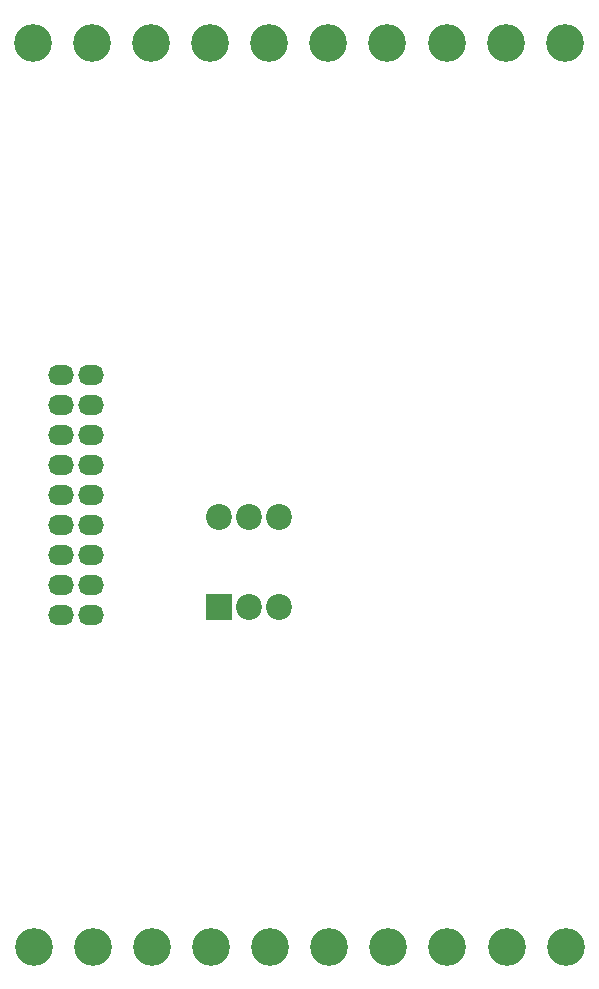
<source format=gbs>
%TF.GenerationSoftware,Novarm,DipTrace,3.3.1.2*%
%TF.CreationDate,2019-04-15T21:39:32+01:00*%
%FSLAX35Y35*%
%MOMM*%
%TF.FileFunction,Soldermask,Bot*%
%TF.Part,Single*%
%ADD46C,3.2*%
%ADD50O,2.2X1.7*%
%ADD52C,2.2*%
%ADD54R,2.2X2.2*%
G75*
G01*
%LPD*%
D54*
X2190520Y2920693D3*
D52*
X2444520D3*
X2698520D3*
Y3682693D3*
X2444520D3*
X2190570D3*
D50*
X851020Y4885777D3*
Y4631777D3*
Y4377777D3*
Y4123777D3*
Y3869777D3*
Y3615777D3*
Y3361777D3*
Y3107777D3*
Y2853777D3*
X1105020Y4885777D3*
Y4631777D3*
Y4377777D3*
Y4123777D3*
Y3869777D3*
Y3615777D3*
Y3361777D3*
Y3107777D3*
Y2853777D3*
D46*
X617000Y7700000D3*
X1117000D3*
X1617000D3*
X2117000D3*
X2617000D3*
X3117000D3*
X5125000Y47500D3*
X4625000D3*
X4125000D3*
X3625000D3*
X3125000D3*
X2625000D3*
X3617000Y7700000D3*
X4117000D3*
X4617000D3*
X5117000D3*
X2125000Y47500D3*
X1625000D3*
X1125000D3*
X625000D3*
M02*

</source>
